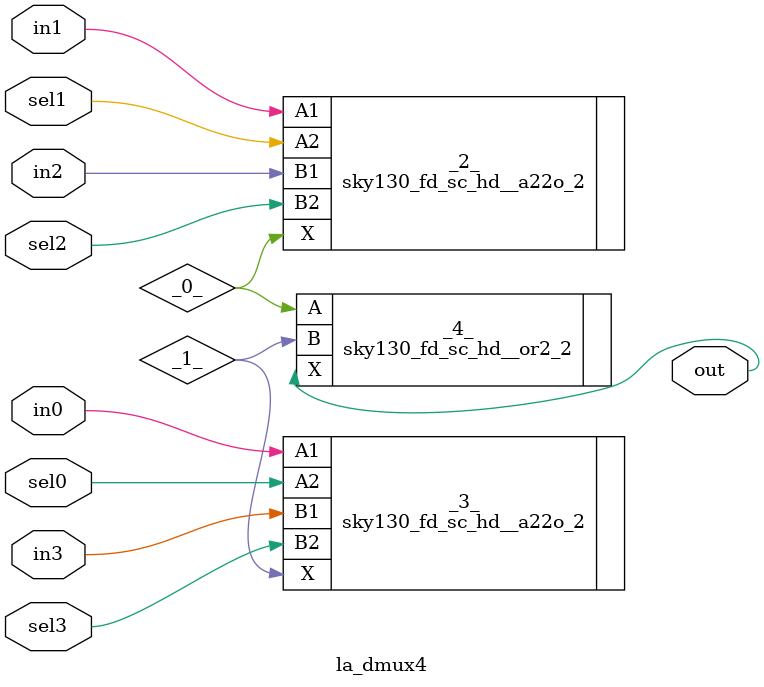
<source format=v>

module la_dmux4(sel3, sel2, sel1, sel0, in3, in2, in1, in0, out);
  wire _0_;
  wire _1_;
  input in0;
  input in1;
  input in2;
  input in3;
  output out;
  input sel0;
  input sel1;
  input sel2;
  input sel3;
  sky130_fd_sc_hd__a22o_2 _2_ (
    .A1(in1),
    .A2(sel1),
    .B1(in2),
    .B2(sel2),
    .X(_0_)
  );
  sky130_fd_sc_hd__a22o_2 _3_ (
    .A1(in0),
    .A2(sel0),
    .B1(in3),
    .B2(sel3),
    .X(_1_)
  );
  sky130_fd_sc_hd__or2_2 _4_ (
    .A(_0_),
    .B(_1_),
    .X(out)
  );
endmodule

</source>
